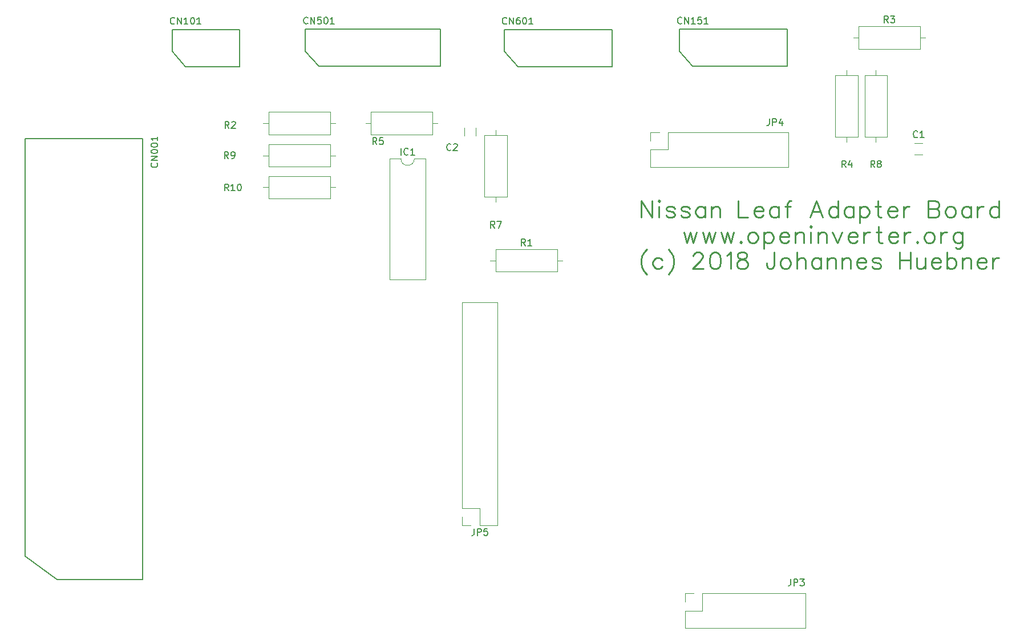
<source format=gbr>
G04 #@! TF.GenerationSoftware,KiCad,Pcbnew,5.0.2-bee76a0~70~ubuntu18.04.1*
G04 #@! TF.CreationDate,2019-06-07T16:13:31+01:00*
G04 #@! TF.ProjectId,leaf_adapter,6c656166-5f61-4646-9170-7465722e6b69,rev?*
G04 #@! TF.SameCoordinates,Original*
G04 #@! TF.FileFunction,Legend,Top*
G04 #@! TF.FilePolarity,Positive*
%FSLAX46Y46*%
G04 Gerber Fmt 4.6, Leading zero omitted, Abs format (unit mm)*
G04 Created by KiCad (PCBNEW 5.0.2-bee76a0~70~ubuntu18.04.1) date Fri 07 Jun 2019 16:13:31 BST*
%MOMM*%
%LPD*%
G01*
G04 APERTURE LIST*
%ADD10C,0.254000*%
%ADD11C,0.150000*%
%ADD12C,0.120000*%
G04 APERTURE END LIST*
D10*
X159580000Y-73746840D02*
X159580000Y-76170000D01*
X159580000Y-73746840D02*
X161195440Y-76170000D01*
X161195440Y-73746840D02*
X161195440Y-76170000D01*
X162120000Y-73746840D02*
X162234300Y-73861140D01*
X162234300Y-73861140D02*
X162348600Y-73746840D01*
X162348600Y-73746840D02*
X162234300Y-73630000D01*
X162234300Y-73630000D02*
X162120000Y-73746840D01*
X162234300Y-74554560D02*
X162234300Y-76170000D01*
X164543160Y-74900000D02*
X164428860Y-74671400D01*
X164428860Y-74671400D02*
X164080880Y-74554560D01*
X164080880Y-74554560D02*
X163735440Y-74554560D01*
X163735440Y-74554560D02*
X163387460Y-74671400D01*
X163387460Y-74671400D02*
X163273160Y-74900000D01*
X163273160Y-74900000D02*
X163387460Y-75131140D01*
X163387460Y-75131140D02*
X163618600Y-75247980D01*
X163618600Y-75247980D02*
X164197720Y-75362280D01*
X164197720Y-75362280D02*
X164428860Y-75479120D01*
X164428860Y-75479120D02*
X164543160Y-75710260D01*
X164543160Y-75710260D02*
X164543160Y-75824560D01*
X164543160Y-75824560D02*
X164428860Y-76055700D01*
X164428860Y-76055700D02*
X164080880Y-76170000D01*
X164080880Y-76170000D02*
X163735440Y-76170000D01*
X163735440Y-76170000D02*
X163387460Y-76055700D01*
X163387460Y-76055700D02*
X163273160Y-75824560D01*
X166737720Y-74900000D02*
X166620880Y-74671400D01*
X166620880Y-74671400D02*
X166275440Y-74554560D01*
X166275440Y-74554560D02*
X165927460Y-74554560D01*
X165927460Y-74554560D02*
X165582020Y-74671400D01*
X165582020Y-74671400D02*
X165467720Y-74900000D01*
X165467720Y-74900000D02*
X165582020Y-75131140D01*
X165582020Y-75131140D02*
X165813160Y-75247980D01*
X165813160Y-75247980D02*
X166389740Y-75362280D01*
X166389740Y-75362280D02*
X166620880Y-75479120D01*
X166620880Y-75479120D02*
X166737720Y-75710260D01*
X166737720Y-75710260D02*
X166737720Y-75824560D01*
X166737720Y-75824560D02*
X166620880Y-76055700D01*
X166620880Y-76055700D02*
X166275440Y-76170000D01*
X166275440Y-76170000D02*
X165927460Y-76170000D01*
X165927460Y-76170000D02*
X165582020Y-76055700D01*
X165582020Y-76055700D02*
X165467720Y-75824560D01*
X169046580Y-74554560D02*
X169046580Y-76170000D01*
X169046580Y-74900000D02*
X168815440Y-74671400D01*
X168815440Y-74671400D02*
X168584300Y-74554560D01*
X168584300Y-74554560D02*
X168238860Y-74554560D01*
X168238860Y-74554560D02*
X168007720Y-74671400D01*
X168007720Y-74671400D02*
X167776580Y-74900000D01*
X167776580Y-74900000D02*
X167659740Y-75247980D01*
X167659740Y-75247980D02*
X167659740Y-75479120D01*
X167659740Y-75479120D02*
X167776580Y-75824560D01*
X167776580Y-75824560D02*
X168007720Y-76055700D01*
X168007720Y-76055700D02*
X168238860Y-76170000D01*
X168238860Y-76170000D02*
X168584300Y-76170000D01*
X168584300Y-76170000D02*
X168815440Y-76055700D01*
X168815440Y-76055700D02*
X169046580Y-75824560D01*
X169968600Y-74554560D02*
X169968600Y-76170000D01*
X169968600Y-75016840D02*
X170316580Y-74671400D01*
X170316580Y-74671400D02*
X170547720Y-74554560D01*
X170547720Y-74554560D02*
X170893160Y-74554560D01*
X170893160Y-74554560D02*
X171124300Y-74671400D01*
X171124300Y-74671400D02*
X171238600Y-75016840D01*
X171238600Y-75016840D02*
X171238600Y-76170000D01*
X174009740Y-73746840D02*
X174009740Y-76170000D01*
X174009740Y-76170000D02*
X175396580Y-76170000D01*
X176318600Y-75247980D02*
X177705440Y-75247980D01*
X177705440Y-75247980D02*
X177705440Y-75016840D01*
X177705440Y-75016840D02*
X177588600Y-74785700D01*
X177588600Y-74785700D02*
X177474300Y-74671400D01*
X177474300Y-74671400D02*
X177243160Y-74554560D01*
X177243160Y-74554560D02*
X176897720Y-74554560D01*
X176897720Y-74554560D02*
X176666580Y-74671400D01*
X176666580Y-74671400D02*
X176435440Y-74900000D01*
X176435440Y-74900000D02*
X176318600Y-75247980D01*
X176318600Y-75247980D02*
X176318600Y-75479120D01*
X176318600Y-75479120D02*
X176435440Y-75824560D01*
X176435440Y-75824560D02*
X176666580Y-76055700D01*
X176666580Y-76055700D02*
X176897720Y-76170000D01*
X176897720Y-76170000D02*
X177243160Y-76170000D01*
X177243160Y-76170000D02*
X177474300Y-76055700D01*
X177474300Y-76055700D02*
X177705440Y-75824560D01*
X180014300Y-74554560D02*
X180014300Y-76170000D01*
X180014300Y-74900000D02*
X179783160Y-74671400D01*
X179783160Y-74671400D02*
X179552020Y-74554560D01*
X179552020Y-74554560D02*
X179206580Y-74554560D01*
X179206580Y-74554560D02*
X178975440Y-74671400D01*
X178975440Y-74671400D02*
X178744300Y-74900000D01*
X178744300Y-74900000D02*
X178630000Y-75247980D01*
X178630000Y-75247980D02*
X178630000Y-75479120D01*
X178630000Y-75479120D02*
X178744300Y-75824560D01*
X178744300Y-75824560D02*
X178975440Y-76055700D01*
X178975440Y-76055700D02*
X179206580Y-76170000D01*
X179206580Y-76170000D02*
X179552020Y-76170000D01*
X179552020Y-76170000D02*
X179783160Y-76055700D01*
X179783160Y-76055700D02*
X180014300Y-75824560D01*
X181860880Y-73746840D02*
X181629740Y-73746840D01*
X181629740Y-73746840D02*
X181398600Y-73861140D01*
X181398600Y-73861140D02*
X181284300Y-74209120D01*
X181284300Y-74209120D02*
X181284300Y-76170000D01*
X180938860Y-74554560D02*
X181746580Y-74554560D01*
X185556580Y-73746840D02*
X184632020Y-76170000D01*
X185556580Y-73746840D02*
X186478600Y-76170000D01*
X184977460Y-75362280D02*
X186133160Y-75362280D01*
X188787460Y-73746840D02*
X188787460Y-76170000D01*
X188787460Y-74900000D02*
X188558860Y-74671400D01*
X188558860Y-74671400D02*
X188327720Y-74554560D01*
X188327720Y-74554560D02*
X187979740Y-74554560D01*
X187979740Y-74554560D02*
X187748600Y-74671400D01*
X187748600Y-74671400D02*
X187517460Y-74900000D01*
X187517460Y-74900000D02*
X187403160Y-75247980D01*
X187403160Y-75247980D02*
X187403160Y-75479120D01*
X187403160Y-75479120D02*
X187517460Y-75824560D01*
X187517460Y-75824560D02*
X187748600Y-76055700D01*
X187748600Y-76055700D02*
X187979740Y-76170000D01*
X187979740Y-76170000D02*
X188327720Y-76170000D01*
X188327720Y-76170000D02*
X188558860Y-76055700D01*
X188558860Y-76055700D02*
X188787460Y-75824560D01*
X191098860Y-74554560D02*
X191098860Y-76170000D01*
X191098860Y-74900000D02*
X190867720Y-74671400D01*
X190867720Y-74671400D02*
X190636580Y-74554560D01*
X190636580Y-74554560D02*
X190288600Y-74554560D01*
X190288600Y-74554560D02*
X190057460Y-74671400D01*
X190057460Y-74671400D02*
X189828860Y-74900000D01*
X189828860Y-74900000D02*
X189712020Y-75247980D01*
X189712020Y-75247980D02*
X189712020Y-75479120D01*
X189712020Y-75479120D02*
X189828860Y-75824560D01*
X189828860Y-75824560D02*
X190057460Y-76055700D01*
X190057460Y-76055700D02*
X190288600Y-76170000D01*
X190288600Y-76170000D02*
X190636580Y-76170000D01*
X190636580Y-76170000D02*
X190867720Y-76055700D01*
X190867720Y-76055700D02*
X191098860Y-75824560D01*
X192020880Y-74554560D02*
X192020880Y-76980260D01*
X192020880Y-74900000D02*
X192252020Y-74671400D01*
X192252020Y-74671400D02*
X192483160Y-74554560D01*
X192483160Y-74554560D02*
X192828600Y-74554560D01*
X192828600Y-74554560D02*
X193059740Y-74671400D01*
X193059740Y-74671400D02*
X193290880Y-74900000D01*
X193290880Y-74900000D02*
X193407720Y-75247980D01*
X193407720Y-75247980D02*
X193407720Y-75479120D01*
X193407720Y-75479120D02*
X193290880Y-75824560D01*
X193290880Y-75824560D02*
X193059740Y-76055700D01*
X193059740Y-76055700D02*
X192828600Y-76170000D01*
X192828600Y-76170000D02*
X192483160Y-76170000D01*
X192483160Y-76170000D02*
X192252020Y-76055700D01*
X192252020Y-76055700D02*
X192020880Y-75824560D01*
X194677720Y-73746840D02*
X194677720Y-75710260D01*
X194677720Y-75710260D02*
X194792020Y-76055700D01*
X194792020Y-76055700D02*
X195023160Y-76170000D01*
X195023160Y-76170000D02*
X195254300Y-76170000D01*
X194329740Y-74554560D02*
X195137460Y-74554560D01*
X196178860Y-75247980D02*
X197563160Y-75247980D01*
X197563160Y-75247980D02*
X197563160Y-75016840D01*
X197563160Y-75016840D02*
X197448860Y-74785700D01*
X197448860Y-74785700D02*
X197332020Y-74671400D01*
X197332020Y-74671400D02*
X197100880Y-74554560D01*
X197100880Y-74554560D02*
X196755440Y-74554560D01*
X196755440Y-74554560D02*
X196524300Y-74671400D01*
X196524300Y-74671400D02*
X196293160Y-74900000D01*
X196293160Y-74900000D02*
X196178860Y-75247980D01*
X196178860Y-75247980D02*
X196178860Y-75479120D01*
X196178860Y-75479120D02*
X196293160Y-75824560D01*
X196293160Y-75824560D02*
X196524300Y-76055700D01*
X196524300Y-76055700D02*
X196755440Y-76170000D01*
X196755440Y-76170000D02*
X197100880Y-76170000D01*
X197100880Y-76170000D02*
X197332020Y-76055700D01*
X197332020Y-76055700D02*
X197563160Y-75824560D01*
X198487720Y-74554560D02*
X198487720Y-76170000D01*
X198487720Y-75247980D02*
X198602020Y-74900000D01*
X198602020Y-74900000D02*
X198833160Y-74671400D01*
X198833160Y-74671400D02*
X199064300Y-74554560D01*
X199064300Y-74554560D02*
X199409740Y-74554560D01*
X202180880Y-73746840D02*
X202180880Y-76170000D01*
X202180880Y-73746840D02*
X203219740Y-73746840D01*
X203219740Y-73746840D02*
X203567720Y-73861140D01*
X203567720Y-73861140D02*
X203682020Y-73977980D01*
X203682020Y-73977980D02*
X203798860Y-74209120D01*
X203798860Y-74209120D02*
X203798860Y-74440260D01*
X203798860Y-74440260D02*
X203682020Y-74671400D01*
X203682020Y-74671400D02*
X203567720Y-74785700D01*
X203567720Y-74785700D02*
X203219740Y-74900000D01*
X202180880Y-74900000D02*
X203219740Y-74900000D01*
X203219740Y-74900000D02*
X203567720Y-75016840D01*
X203567720Y-75016840D02*
X203682020Y-75131140D01*
X203682020Y-75131140D02*
X203798860Y-75362280D01*
X203798860Y-75362280D02*
X203798860Y-75710260D01*
X203798860Y-75710260D02*
X203682020Y-75941400D01*
X203682020Y-75941400D02*
X203567720Y-76055700D01*
X203567720Y-76055700D02*
X203219740Y-76170000D01*
X203219740Y-76170000D02*
X202180880Y-76170000D01*
X205297460Y-74554560D02*
X205068860Y-74671400D01*
X205068860Y-74671400D02*
X204837720Y-74900000D01*
X204837720Y-74900000D02*
X204720880Y-75247980D01*
X204720880Y-75247980D02*
X204720880Y-75479120D01*
X204720880Y-75479120D02*
X204837720Y-75824560D01*
X204837720Y-75824560D02*
X205068860Y-76055700D01*
X205068860Y-76055700D02*
X205297460Y-76170000D01*
X205297460Y-76170000D02*
X205645440Y-76170000D01*
X205645440Y-76170000D02*
X205876580Y-76055700D01*
X205876580Y-76055700D02*
X206107720Y-75824560D01*
X206107720Y-75824560D02*
X206222020Y-75479120D01*
X206222020Y-75479120D02*
X206222020Y-75247980D01*
X206222020Y-75247980D02*
X206107720Y-74900000D01*
X206107720Y-74900000D02*
X205876580Y-74671400D01*
X205876580Y-74671400D02*
X205645440Y-74554560D01*
X205645440Y-74554560D02*
X205297460Y-74554560D01*
X208530880Y-74554560D02*
X208530880Y-76170000D01*
X208530880Y-74900000D02*
X208299740Y-74671400D01*
X208299740Y-74671400D02*
X208068600Y-74554560D01*
X208068600Y-74554560D02*
X207723160Y-74554560D01*
X207723160Y-74554560D02*
X207492020Y-74671400D01*
X207492020Y-74671400D02*
X207260880Y-74900000D01*
X207260880Y-74900000D02*
X207146580Y-75247980D01*
X207146580Y-75247980D02*
X207146580Y-75479120D01*
X207146580Y-75479120D02*
X207260880Y-75824560D01*
X207260880Y-75824560D02*
X207492020Y-76055700D01*
X207492020Y-76055700D02*
X207723160Y-76170000D01*
X207723160Y-76170000D02*
X208068600Y-76170000D01*
X208068600Y-76170000D02*
X208299740Y-76055700D01*
X208299740Y-76055700D02*
X208530880Y-75824560D01*
X209455440Y-74554560D02*
X209455440Y-76170000D01*
X209455440Y-75247980D02*
X209569740Y-74900000D01*
X209569740Y-74900000D02*
X209800880Y-74671400D01*
X209800880Y-74671400D02*
X210032020Y-74554560D01*
X210032020Y-74554560D02*
X210377460Y-74554560D01*
X212688860Y-73746840D02*
X212688860Y-76170000D01*
X212688860Y-74900000D02*
X212457720Y-74671400D01*
X212457720Y-74671400D02*
X212226580Y-74554560D01*
X212226580Y-74554560D02*
X211878600Y-74554560D01*
X211878600Y-74554560D02*
X211647460Y-74671400D01*
X211647460Y-74671400D02*
X211418860Y-74900000D01*
X211418860Y-74900000D02*
X211302020Y-75247980D01*
X211302020Y-75247980D02*
X211302020Y-75479120D01*
X211302020Y-75479120D02*
X211418860Y-75824560D01*
X211418860Y-75824560D02*
X211647460Y-76055700D01*
X211647460Y-76055700D02*
X211878600Y-76170000D01*
X211878600Y-76170000D02*
X212226580Y-76170000D01*
X212226580Y-76170000D02*
X212457720Y-76055700D01*
X212457720Y-76055700D02*
X212688860Y-75824560D01*
X165930000Y-78364560D02*
X166389740Y-79980000D01*
X166852020Y-78364560D02*
X166389740Y-79980000D01*
X166852020Y-78364560D02*
X167314300Y-79980000D01*
X167776580Y-78364560D02*
X167314300Y-79980000D01*
X168698600Y-78364560D02*
X169160880Y-79980000D01*
X169623160Y-78364560D02*
X169160880Y-79980000D01*
X169623160Y-78364560D02*
X170085440Y-79980000D01*
X170547720Y-78364560D02*
X170085440Y-79980000D01*
X171469740Y-78364560D02*
X171932020Y-79980000D01*
X172394300Y-78364560D02*
X171932020Y-79980000D01*
X172394300Y-78364560D02*
X172856580Y-79980000D01*
X173318860Y-78364560D02*
X172856580Y-79980000D01*
X174357720Y-79751400D02*
X174240880Y-79865700D01*
X174240880Y-79865700D02*
X174357720Y-79980000D01*
X174357720Y-79980000D02*
X174472020Y-79865700D01*
X174472020Y-79865700D02*
X174357720Y-79751400D01*
X175973160Y-78364560D02*
X175742020Y-78481400D01*
X175742020Y-78481400D02*
X175510880Y-78710000D01*
X175510880Y-78710000D02*
X175396580Y-79057980D01*
X175396580Y-79057980D02*
X175396580Y-79289120D01*
X175396580Y-79289120D02*
X175510880Y-79634560D01*
X175510880Y-79634560D02*
X175742020Y-79865700D01*
X175742020Y-79865700D02*
X175973160Y-79980000D01*
X175973160Y-79980000D02*
X176318600Y-79980000D01*
X176318600Y-79980000D02*
X176549740Y-79865700D01*
X176549740Y-79865700D02*
X176780880Y-79634560D01*
X176780880Y-79634560D02*
X176897720Y-79289120D01*
X176897720Y-79289120D02*
X176897720Y-79057980D01*
X176897720Y-79057980D02*
X176780880Y-78710000D01*
X176780880Y-78710000D02*
X176549740Y-78481400D01*
X176549740Y-78481400D02*
X176318600Y-78364560D01*
X176318600Y-78364560D02*
X175973160Y-78364560D01*
X177819740Y-78364560D02*
X177819740Y-80790260D01*
X177819740Y-78710000D02*
X178050880Y-78481400D01*
X178050880Y-78481400D02*
X178282020Y-78364560D01*
X178282020Y-78364560D02*
X178627460Y-78364560D01*
X178627460Y-78364560D02*
X178858600Y-78481400D01*
X178858600Y-78481400D02*
X179089740Y-78710000D01*
X179089740Y-78710000D02*
X179206580Y-79057980D01*
X179206580Y-79057980D02*
X179206580Y-79289120D01*
X179206580Y-79289120D02*
X179089740Y-79634560D01*
X179089740Y-79634560D02*
X178858600Y-79865700D01*
X178858600Y-79865700D02*
X178627460Y-79980000D01*
X178627460Y-79980000D02*
X178282020Y-79980000D01*
X178282020Y-79980000D02*
X178050880Y-79865700D01*
X178050880Y-79865700D02*
X177819740Y-79634560D01*
X180128600Y-79057980D02*
X181515440Y-79057980D01*
X181515440Y-79057980D02*
X181515440Y-78826840D01*
X181515440Y-78826840D02*
X181398600Y-78595700D01*
X181398600Y-78595700D02*
X181284300Y-78481400D01*
X181284300Y-78481400D02*
X181053160Y-78364560D01*
X181053160Y-78364560D02*
X180707720Y-78364560D01*
X180707720Y-78364560D02*
X180476580Y-78481400D01*
X180476580Y-78481400D02*
X180245440Y-78710000D01*
X180245440Y-78710000D02*
X180128600Y-79057980D01*
X180128600Y-79057980D02*
X180128600Y-79289120D01*
X180128600Y-79289120D02*
X180245440Y-79634560D01*
X180245440Y-79634560D02*
X180476580Y-79865700D01*
X180476580Y-79865700D02*
X180707720Y-79980000D01*
X180707720Y-79980000D02*
X181053160Y-79980000D01*
X181053160Y-79980000D02*
X181284300Y-79865700D01*
X181284300Y-79865700D02*
X181515440Y-79634560D01*
X182440000Y-78364560D02*
X182440000Y-79980000D01*
X182440000Y-78826840D02*
X182785440Y-78481400D01*
X182785440Y-78481400D02*
X183016580Y-78364560D01*
X183016580Y-78364560D02*
X183362020Y-78364560D01*
X183362020Y-78364560D02*
X183593160Y-78481400D01*
X183593160Y-78481400D02*
X183710000Y-78826840D01*
X183710000Y-78826840D02*
X183710000Y-79980000D01*
X184632020Y-77556840D02*
X184748860Y-77671140D01*
X184748860Y-77671140D02*
X184863160Y-77556840D01*
X184863160Y-77556840D02*
X184748860Y-77440000D01*
X184748860Y-77440000D02*
X184632020Y-77556840D01*
X184748860Y-78364560D02*
X184748860Y-79980000D01*
X185787720Y-78364560D02*
X185787720Y-79980000D01*
X185787720Y-78826840D02*
X186133160Y-78481400D01*
X186133160Y-78481400D02*
X186364300Y-78364560D01*
X186364300Y-78364560D02*
X186709740Y-78364560D01*
X186709740Y-78364560D02*
X186940880Y-78481400D01*
X186940880Y-78481400D02*
X187057720Y-78826840D01*
X187057720Y-78826840D02*
X187057720Y-79980000D01*
X187979740Y-78364560D02*
X188673160Y-79980000D01*
X189366580Y-78364560D02*
X188673160Y-79980000D01*
X190288600Y-79057980D02*
X191675440Y-79057980D01*
X191675440Y-79057980D02*
X191675440Y-78826840D01*
X191675440Y-78826840D02*
X191558600Y-78595700D01*
X191558600Y-78595700D02*
X191444300Y-78481400D01*
X191444300Y-78481400D02*
X191213160Y-78364560D01*
X191213160Y-78364560D02*
X190867720Y-78364560D01*
X190867720Y-78364560D02*
X190636580Y-78481400D01*
X190636580Y-78481400D02*
X190405440Y-78710000D01*
X190405440Y-78710000D02*
X190288600Y-79057980D01*
X190288600Y-79057980D02*
X190288600Y-79289120D01*
X190288600Y-79289120D02*
X190405440Y-79634560D01*
X190405440Y-79634560D02*
X190636580Y-79865700D01*
X190636580Y-79865700D02*
X190867720Y-79980000D01*
X190867720Y-79980000D02*
X191213160Y-79980000D01*
X191213160Y-79980000D02*
X191444300Y-79865700D01*
X191444300Y-79865700D02*
X191675440Y-79634560D01*
X192600000Y-78364560D02*
X192600000Y-79980000D01*
X192600000Y-79057980D02*
X192714300Y-78710000D01*
X192714300Y-78710000D02*
X192945440Y-78481400D01*
X192945440Y-78481400D02*
X193176580Y-78364560D01*
X193176580Y-78364560D02*
X193522020Y-78364560D01*
X194792020Y-77556840D02*
X194792020Y-79520260D01*
X194792020Y-79520260D02*
X194908860Y-79865700D01*
X194908860Y-79865700D02*
X195137460Y-79980000D01*
X195137460Y-79980000D02*
X195368600Y-79980000D01*
X194446580Y-78364560D02*
X195254300Y-78364560D01*
X196293160Y-79057980D02*
X197677460Y-79057980D01*
X197677460Y-79057980D02*
X197677460Y-78826840D01*
X197677460Y-78826840D02*
X197563160Y-78595700D01*
X197563160Y-78595700D02*
X197448860Y-78481400D01*
X197448860Y-78481400D02*
X197217720Y-78364560D01*
X197217720Y-78364560D02*
X196869740Y-78364560D01*
X196869740Y-78364560D02*
X196638600Y-78481400D01*
X196638600Y-78481400D02*
X196407460Y-78710000D01*
X196407460Y-78710000D02*
X196293160Y-79057980D01*
X196293160Y-79057980D02*
X196293160Y-79289120D01*
X196293160Y-79289120D02*
X196407460Y-79634560D01*
X196407460Y-79634560D02*
X196638600Y-79865700D01*
X196638600Y-79865700D02*
X196869740Y-79980000D01*
X196869740Y-79980000D02*
X197217720Y-79980000D01*
X197217720Y-79980000D02*
X197448860Y-79865700D01*
X197448860Y-79865700D02*
X197677460Y-79634560D01*
X198602020Y-78364560D02*
X198602020Y-79980000D01*
X198602020Y-79057980D02*
X198718860Y-78710000D01*
X198718860Y-78710000D02*
X198947460Y-78481400D01*
X198947460Y-78481400D02*
X199178600Y-78364560D01*
X199178600Y-78364560D02*
X199526580Y-78364560D01*
X200565440Y-79751400D02*
X200448600Y-79865700D01*
X200448600Y-79865700D02*
X200565440Y-79980000D01*
X200565440Y-79980000D02*
X200679740Y-79865700D01*
X200679740Y-79865700D02*
X200565440Y-79751400D01*
X202180880Y-78364560D02*
X201949740Y-78481400D01*
X201949740Y-78481400D02*
X201718600Y-78710000D01*
X201718600Y-78710000D02*
X201604300Y-79057980D01*
X201604300Y-79057980D02*
X201604300Y-79289120D01*
X201604300Y-79289120D02*
X201718600Y-79634560D01*
X201718600Y-79634560D02*
X201949740Y-79865700D01*
X201949740Y-79865700D02*
X202180880Y-79980000D01*
X202180880Y-79980000D02*
X202528860Y-79980000D01*
X202528860Y-79980000D02*
X202757460Y-79865700D01*
X202757460Y-79865700D02*
X202988600Y-79634560D01*
X202988600Y-79634560D02*
X203105440Y-79289120D01*
X203105440Y-79289120D02*
X203105440Y-79057980D01*
X203105440Y-79057980D02*
X202988600Y-78710000D01*
X202988600Y-78710000D02*
X202757460Y-78481400D01*
X202757460Y-78481400D02*
X202528860Y-78364560D01*
X202528860Y-78364560D02*
X202180880Y-78364560D01*
X204030000Y-78364560D02*
X204030000Y-79980000D01*
X204030000Y-79057980D02*
X204144300Y-78710000D01*
X204144300Y-78710000D02*
X204375440Y-78481400D01*
X204375440Y-78481400D02*
X204606580Y-78364560D01*
X204606580Y-78364560D02*
X204952020Y-78364560D01*
X207260880Y-78364560D02*
X207260880Y-80211140D01*
X207260880Y-80211140D02*
X207146580Y-80559120D01*
X207146580Y-80559120D02*
X207029740Y-80673420D01*
X207029740Y-80673420D02*
X206798600Y-80790260D01*
X206798600Y-80790260D02*
X206453160Y-80790260D01*
X206453160Y-80790260D02*
X206222020Y-80673420D01*
X207260880Y-78710000D02*
X207029740Y-78481400D01*
X207029740Y-78481400D02*
X206798600Y-78364560D01*
X206798600Y-78364560D02*
X206453160Y-78364560D01*
X206453160Y-78364560D02*
X206222020Y-78481400D01*
X206222020Y-78481400D02*
X205990880Y-78710000D01*
X205990880Y-78710000D02*
X205876580Y-79057980D01*
X205876580Y-79057980D02*
X205876580Y-79289120D01*
X205876580Y-79289120D02*
X205990880Y-79634560D01*
X205990880Y-79634560D02*
X206222020Y-79865700D01*
X206222020Y-79865700D02*
X206453160Y-79980000D01*
X206453160Y-79980000D02*
X206798600Y-79980000D01*
X206798600Y-79980000D02*
X207029740Y-79865700D01*
X207029740Y-79865700D02*
X207260880Y-79634560D01*
X160387720Y-80904560D02*
X160156580Y-81135700D01*
X160156580Y-81135700D02*
X159925440Y-81481140D01*
X159925440Y-81481140D02*
X159694300Y-81943420D01*
X159694300Y-81943420D02*
X159580000Y-82520000D01*
X159580000Y-82520000D02*
X159580000Y-82982280D01*
X159580000Y-82982280D02*
X159694300Y-83561400D01*
X159694300Y-83561400D02*
X159925440Y-84021140D01*
X159925440Y-84021140D02*
X160156580Y-84369120D01*
X160156580Y-84369120D02*
X160387720Y-84600260D01*
X162696580Y-82520000D02*
X162465440Y-82291400D01*
X162465440Y-82291400D02*
X162234300Y-82174560D01*
X162234300Y-82174560D02*
X161888860Y-82174560D01*
X161888860Y-82174560D02*
X161657720Y-82291400D01*
X161657720Y-82291400D02*
X161426580Y-82520000D01*
X161426580Y-82520000D02*
X161309740Y-82867980D01*
X161309740Y-82867980D02*
X161309740Y-83099120D01*
X161309740Y-83099120D02*
X161426580Y-83444560D01*
X161426580Y-83444560D02*
X161657720Y-83675700D01*
X161657720Y-83675700D02*
X161888860Y-83790000D01*
X161888860Y-83790000D02*
X162234300Y-83790000D01*
X162234300Y-83790000D02*
X162465440Y-83675700D01*
X162465440Y-83675700D02*
X162696580Y-83444560D01*
X163618600Y-80904560D02*
X163849740Y-81135700D01*
X163849740Y-81135700D02*
X164080880Y-81481140D01*
X164080880Y-81481140D02*
X164312020Y-81943420D01*
X164312020Y-81943420D02*
X164428860Y-82520000D01*
X164428860Y-82520000D02*
X164428860Y-82982280D01*
X164428860Y-82982280D02*
X164312020Y-83561400D01*
X164312020Y-83561400D02*
X164080880Y-84021140D01*
X164080880Y-84021140D02*
X163849740Y-84369120D01*
X163849740Y-84369120D02*
X163618600Y-84600260D01*
X167314300Y-81943420D02*
X167314300Y-81829120D01*
X167314300Y-81829120D02*
X167428600Y-81597980D01*
X167428600Y-81597980D02*
X167545440Y-81481140D01*
X167545440Y-81481140D02*
X167776580Y-81366840D01*
X167776580Y-81366840D02*
X168238860Y-81366840D01*
X168238860Y-81366840D02*
X168470000Y-81481140D01*
X168470000Y-81481140D02*
X168584300Y-81597980D01*
X168584300Y-81597980D02*
X168698600Y-81829120D01*
X168698600Y-81829120D02*
X168698600Y-82060260D01*
X168698600Y-82060260D02*
X168584300Y-82291400D01*
X168584300Y-82291400D02*
X168353160Y-82636840D01*
X168353160Y-82636840D02*
X167200000Y-83790000D01*
X167200000Y-83790000D02*
X168815440Y-83790000D01*
X170430880Y-81366840D02*
X170085440Y-81481140D01*
X170085440Y-81481140D02*
X169854300Y-81829120D01*
X169854300Y-81829120D02*
X169740000Y-82405700D01*
X169740000Y-82405700D02*
X169740000Y-82751140D01*
X169740000Y-82751140D02*
X169854300Y-83330260D01*
X169854300Y-83330260D02*
X170085440Y-83675700D01*
X170085440Y-83675700D02*
X170430880Y-83790000D01*
X170430880Y-83790000D02*
X170662020Y-83790000D01*
X170662020Y-83790000D02*
X171010000Y-83675700D01*
X171010000Y-83675700D02*
X171238600Y-83330260D01*
X171238600Y-83330260D02*
X171355440Y-82751140D01*
X171355440Y-82751140D02*
X171355440Y-82405700D01*
X171355440Y-82405700D02*
X171238600Y-81829120D01*
X171238600Y-81829120D02*
X171010000Y-81481140D01*
X171010000Y-81481140D02*
X170662020Y-81366840D01*
X170662020Y-81366840D02*
X170430880Y-81366840D01*
X172280000Y-81829120D02*
X172508600Y-81712280D01*
X172508600Y-81712280D02*
X172856580Y-81366840D01*
X172856580Y-81366840D02*
X172856580Y-83790000D01*
X174357720Y-81366840D02*
X174009740Y-81481140D01*
X174009740Y-81481140D02*
X173895440Y-81712280D01*
X173895440Y-81712280D02*
X173895440Y-81943420D01*
X173895440Y-81943420D02*
X174009740Y-82174560D01*
X174009740Y-82174560D02*
X174240880Y-82291400D01*
X174240880Y-82291400D02*
X174703160Y-82405700D01*
X174703160Y-82405700D02*
X175048600Y-82520000D01*
X175048600Y-82520000D02*
X175279740Y-82751140D01*
X175279740Y-82751140D02*
X175396580Y-82982280D01*
X175396580Y-82982280D02*
X175396580Y-83330260D01*
X175396580Y-83330260D02*
X175279740Y-83561400D01*
X175279740Y-83561400D02*
X175165440Y-83675700D01*
X175165440Y-83675700D02*
X174817460Y-83790000D01*
X174817460Y-83790000D02*
X174357720Y-83790000D01*
X174357720Y-83790000D02*
X174009740Y-83675700D01*
X174009740Y-83675700D02*
X173895440Y-83561400D01*
X173895440Y-83561400D02*
X173778600Y-83330260D01*
X173778600Y-83330260D02*
X173778600Y-82982280D01*
X173778600Y-82982280D02*
X173895440Y-82751140D01*
X173895440Y-82751140D02*
X174126580Y-82520000D01*
X174126580Y-82520000D02*
X174472020Y-82405700D01*
X174472020Y-82405700D02*
X174934300Y-82291400D01*
X174934300Y-82291400D02*
X175165440Y-82174560D01*
X175165440Y-82174560D02*
X175279740Y-81943420D01*
X175279740Y-81943420D02*
X175279740Y-81712280D01*
X175279740Y-81712280D02*
X175165440Y-81481140D01*
X175165440Y-81481140D02*
X174817460Y-81366840D01*
X174817460Y-81366840D02*
X174357720Y-81366840D01*
X179320880Y-81366840D02*
X179320880Y-83213420D01*
X179320880Y-83213420D02*
X179206580Y-83561400D01*
X179206580Y-83561400D02*
X179089740Y-83675700D01*
X179089740Y-83675700D02*
X178858600Y-83790000D01*
X178858600Y-83790000D02*
X178627460Y-83790000D01*
X178627460Y-83790000D02*
X178398860Y-83675700D01*
X178398860Y-83675700D02*
X178282020Y-83561400D01*
X178282020Y-83561400D02*
X178167720Y-83213420D01*
X178167720Y-83213420D02*
X178167720Y-82982280D01*
X180822020Y-82174560D02*
X180590880Y-82291400D01*
X180590880Y-82291400D02*
X180359740Y-82520000D01*
X180359740Y-82520000D02*
X180245440Y-82867980D01*
X180245440Y-82867980D02*
X180245440Y-83099120D01*
X180245440Y-83099120D02*
X180359740Y-83444560D01*
X180359740Y-83444560D02*
X180590880Y-83675700D01*
X180590880Y-83675700D02*
X180822020Y-83790000D01*
X180822020Y-83790000D02*
X181167460Y-83790000D01*
X181167460Y-83790000D02*
X181398600Y-83675700D01*
X181398600Y-83675700D02*
X181629740Y-83444560D01*
X181629740Y-83444560D02*
X181746580Y-83099120D01*
X181746580Y-83099120D02*
X181746580Y-82867980D01*
X181746580Y-82867980D02*
X181629740Y-82520000D01*
X181629740Y-82520000D02*
X181398600Y-82291400D01*
X181398600Y-82291400D02*
X181167460Y-82174560D01*
X181167460Y-82174560D02*
X180822020Y-82174560D01*
X182668600Y-81366840D02*
X182668600Y-83790000D01*
X182668600Y-82636840D02*
X183016580Y-82291400D01*
X183016580Y-82291400D02*
X183247720Y-82174560D01*
X183247720Y-82174560D02*
X183593160Y-82174560D01*
X183593160Y-82174560D02*
X183824300Y-82291400D01*
X183824300Y-82291400D02*
X183938600Y-82636840D01*
X183938600Y-82636840D02*
X183938600Y-83790000D01*
X186247460Y-82174560D02*
X186247460Y-83790000D01*
X186247460Y-82520000D02*
X186018860Y-82291400D01*
X186018860Y-82291400D02*
X185787720Y-82174560D01*
X185787720Y-82174560D02*
X185439740Y-82174560D01*
X185439740Y-82174560D02*
X185208600Y-82291400D01*
X185208600Y-82291400D02*
X184977460Y-82520000D01*
X184977460Y-82520000D02*
X184863160Y-82867980D01*
X184863160Y-82867980D02*
X184863160Y-83099120D01*
X184863160Y-83099120D02*
X184977460Y-83444560D01*
X184977460Y-83444560D02*
X185208600Y-83675700D01*
X185208600Y-83675700D02*
X185439740Y-83790000D01*
X185439740Y-83790000D02*
X185787720Y-83790000D01*
X185787720Y-83790000D02*
X186018860Y-83675700D01*
X186018860Y-83675700D02*
X186247460Y-83444560D01*
X187172020Y-82174560D02*
X187172020Y-83790000D01*
X187172020Y-82636840D02*
X187517460Y-82291400D01*
X187517460Y-82291400D02*
X187748600Y-82174560D01*
X187748600Y-82174560D02*
X188096580Y-82174560D01*
X188096580Y-82174560D02*
X188327720Y-82291400D01*
X188327720Y-82291400D02*
X188442020Y-82636840D01*
X188442020Y-82636840D02*
X188442020Y-83790000D01*
X189366580Y-82174560D02*
X189366580Y-83790000D01*
X189366580Y-82636840D02*
X189712020Y-82291400D01*
X189712020Y-82291400D02*
X189943160Y-82174560D01*
X189943160Y-82174560D02*
X190288600Y-82174560D01*
X190288600Y-82174560D02*
X190519740Y-82291400D01*
X190519740Y-82291400D02*
X190636580Y-82636840D01*
X190636580Y-82636840D02*
X190636580Y-83790000D01*
X191558600Y-82867980D02*
X192945440Y-82867980D01*
X192945440Y-82867980D02*
X192945440Y-82636840D01*
X192945440Y-82636840D02*
X192828600Y-82405700D01*
X192828600Y-82405700D02*
X192714300Y-82291400D01*
X192714300Y-82291400D02*
X192483160Y-82174560D01*
X192483160Y-82174560D02*
X192137720Y-82174560D01*
X192137720Y-82174560D02*
X191906580Y-82291400D01*
X191906580Y-82291400D02*
X191675440Y-82520000D01*
X191675440Y-82520000D02*
X191558600Y-82867980D01*
X191558600Y-82867980D02*
X191558600Y-83099120D01*
X191558600Y-83099120D02*
X191675440Y-83444560D01*
X191675440Y-83444560D02*
X191906580Y-83675700D01*
X191906580Y-83675700D02*
X192137720Y-83790000D01*
X192137720Y-83790000D02*
X192483160Y-83790000D01*
X192483160Y-83790000D02*
X192714300Y-83675700D01*
X192714300Y-83675700D02*
X192945440Y-83444560D01*
X195137460Y-82520000D02*
X195023160Y-82291400D01*
X195023160Y-82291400D02*
X194677720Y-82174560D01*
X194677720Y-82174560D02*
X194329740Y-82174560D01*
X194329740Y-82174560D02*
X193984300Y-82291400D01*
X193984300Y-82291400D02*
X193867460Y-82520000D01*
X193867460Y-82520000D02*
X193984300Y-82751140D01*
X193984300Y-82751140D02*
X194215440Y-82867980D01*
X194215440Y-82867980D02*
X194792020Y-82982280D01*
X194792020Y-82982280D02*
X195023160Y-83099120D01*
X195023160Y-83099120D02*
X195137460Y-83330260D01*
X195137460Y-83330260D02*
X195137460Y-83444560D01*
X195137460Y-83444560D02*
X195023160Y-83675700D01*
X195023160Y-83675700D02*
X194677720Y-83790000D01*
X194677720Y-83790000D02*
X194329740Y-83790000D01*
X194329740Y-83790000D02*
X193984300Y-83675700D01*
X193984300Y-83675700D02*
X193867460Y-83444560D01*
X197908600Y-81366840D02*
X197908600Y-83790000D01*
X199526580Y-81366840D02*
X199526580Y-83790000D01*
X197908600Y-82520000D02*
X199526580Y-82520000D01*
X200448600Y-82174560D02*
X200448600Y-83330260D01*
X200448600Y-83330260D02*
X200565440Y-83675700D01*
X200565440Y-83675700D02*
X200796580Y-83790000D01*
X200796580Y-83790000D02*
X201142020Y-83790000D01*
X201142020Y-83790000D02*
X201373160Y-83675700D01*
X201373160Y-83675700D02*
X201718600Y-83330260D01*
X201718600Y-82174560D02*
X201718600Y-83790000D01*
X202643160Y-82867980D02*
X204027460Y-82867980D01*
X204027460Y-82867980D02*
X204027460Y-82636840D01*
X204027460Y-82636840D02*
X203913160Y-82405700D01*
X203913160Y-82405700D02*
X203798860Y-82291400D01*
X203798860Y-82291400D02*
X203567720Y-82174560D01*
X203567720Y-82174560D02*
X203219740Y-82174560D01*
X203219740Y-82174560D02*
X202988600Y-82291400D01*
X202988600Y-82291400D02*
X202757460Y-82520000D01*
X202757460Y-82520000D02*
X202643160Y-82867980D01*
X202643160Y-82867980D02*
X202643160Y-83099120D01*
X202643160Y-83099120D02*
X202757460Y-83444560D01*
X202757460Y-83444560D02*
X202988600Y-83675700D01*
X202988600Y-83675700D02*
X203219740Y-83790000D01*
X203219740Y-83790000D02*
X203567720Y-83790000D01*
X203567720Y-83790000D02*
X203798860Y-83675700D01*
X203798860Y-83675700D02*
X204027460Y-83444560D01*
X204952020Y-81366840D02*
X204952020Y-83790000D01*
X204952020Y-82520000D02*
X205183160Y-82291400D01*
X205183160Y-82291400D02*
X205414300Y-82174560D01*
X205414300Y-82174560D02*
X205759740Y-82174560D01*
X205759740Y-82174560D02*
X205990880Y-82291400D01*
X205990880Y-82291400D02*
X206222020Y-82520000D01*
X206222020Y-82520000D02*
X206338860Y-82867980D01*
X206338860Y-82867980D02*
X206338860Y-83099120D01*
X206338860Y-83099120D02*
X206222020Y-83444560D01*
X206222020Y-83444560D02*
X205990880Y-83675700D01*
X205990880Y-83675700D02*
X205759740Y-83790000D01*
X205759740Y-83790000D02*
X205414300Y-83790000D01*
X205414300Y-83790000D02*
X205183160Y-83675700D01*
X205183160Y-83675700D02*
X204952020Y-83444560D01*
X207260880Y-82174560D02*
X207260880Y-83790000D01*
X207260880Y-82636840D02*
X207608860Y-82291400D01*
X207608860Y-82291400D02*
X207837460Y-82174560D01*
X207837460Y-82174560D02*
X208185440Y-82174560D01*
X208185440Y-82174560D02*
X208416580Y-82291400D01*
X208416580Y-82291400D02*
X208530880Y-82636840D01*
X208530880Y-82636840D02*
X208530880Y-83790000D01*
X209455440Y-82867980D02*
X210839740Y-82867980D01*
X210839740Y-82867980D02*
X210839740Y-82636840D01*
X210839740Y-82636840D02*
X210725440Y-82405700D01*
X210725440Y-82405700D02*
X210608600Y-82291400D01*
X210608600Y-82291400D02*
X210377460Y-82174560D01*
X210377460Y-82174560D02*
X210032020Y-82174560D01*
X210032020Y-82174560D02*
X209800880Y-82291400D01*
X209800880Y-82291400D02*
X209569740Y-82520000D01*
X209569740Y-82520000D02*
X209455440Y-82867980D01*
X209455440Y-82867980D02*
X209455440Y-83099120D01*
X209455440Y-83099120D02*
X209569740Y-83444560D01*
X209569740Y-83444560D02*
X209800880Y-83675700D01*
X209800880Y-83675700D02*
X210032020Y-83790000D01*
X210032020Y-83790000D02*
X210377460Y-83790000D01*
X210377460Y-83790000D02*
X210608600Y-83675700D01*
X210608600Y-83675700D02*
X210839740Y-83444560D01*
X211764300Y-82174560D02*
X211764300Y-83790000D01*
X211764300Y-82867980D02*
X211878600Y-82520000D01*
X211878600Y-82520000D02*
X212109740Y-82291400D01*
X212109740Y-82291400D02*
X212340880Y-82174560D01*
X212340880Y-82174560D02*
X212688860Y-82174560D01*
D11*
G04 #@! TO.C,CN001*
X72858240Y-129970000D02*
X85608240Y-129970000D01*
X85608240Y-129970000D02*
X85608240Y-64470000D01*
X85608240Y-64470000D02*
X68108240Y-64470000D01*
X68108240Y-64470000D02*
X68108240Y-126470000D01*
X68108240Y-126470000D02*
X72858240Y-129970000D01*
D12*
G04 #@! TO.C,JP5*
X133020000Y-119330000D02*
X133020000Y-88790000D01*
X133020000Y-88790000D02*
X138220000Y-88790000D01*
X138220000Y-88790000D02*
X138220000Y-121930000D01*
X138220000Y-121930000D02*
X135620000Y-121930000D01*
X135620000Y-121930000D02*
X135620000Y-119330000D01*
X135620000Y-119330000D02*
X133020000Y-119330000D01*
X133020000Y-120600000D02*
X133020000Y-121930000D01*
X133020000Y-121930000D02*
X134290000Y-121930000D01*
D11*
G04 #@! TO.C,CN151*
X181239880Y-53751700D02*
X175239880Y-53751700D01*
X181239880Y-48251700D02*
X181239880Y-53751700D01*
X175239880Y-48251700D02*
X181239880Y-48251700D01*
X165239880Y-51501700D02*
X167239880Y-53751700D01*
X165239880Y-48251700D02*
X165239880Y-51501700D01*
X175239880Y-53751700D02*
X167239880Y-53751700D01*
X181239880Y-48251700D02*
X181239880Y-53751700D01*
X165239880Y-48251700D02*
X175239880Y-48251700D01*
D12*
G04 #@! TO.C,C1*
X200163000Y-65139000D02*
X201337000Y-65139000D01*
X200163000Y-66861000D02*
X201337000Y-66861000D01*
G04 #@! TO.C,C2*
X135041000Y-62863000D02*
X135041000Y-64037000D01*
X133319000Y-62863000D02*
X133319000Y-64037000D01*
D11*
G04 #@! TO.C,CN101*
X89949200Y-51552500D02*
X91949200Y-53802500D01*
X89949200Y-48302500D02*
X89949200Y-51552500D01*
X99949200Y-53802500D02*
X91949200Y-53802500D01*
X99949200Y-48302500D02*
X99949200Y-53802500D01*
X89949200Y-48302500D02*
X99949200Y-48302500D01*
G04 #@! TO.C,CN501*
X125748500Y-48251700D02*
X129748500Y-48251700D01*
X125748500Y-53751700D02*
X129748500Y-53751700D01*
X125748500Y-53751700D02*
X119748500Y-53751700D01*
X129748500Y-48251700D02*
X129748500Y-53751700D01*
X119748500Y-48251700D02*
X125748500Y-48251700D01*
X109748500Y-51501700D02*
X111748500Y-53751700D01*
X109748500Y-48251700D02*
X109748500Y-51501700D01*
X119748500Y-53751700D02*
X111748500Y-53751700D01*
X109748500Y-48251700D02*
X119748500Y-48251700D01*
G04 #@! TO.C,CN601*
X155248060Y-53802500D02*
X149248060Y-53802500D01*
X155248060Y-48302500D02*
X155248060Y-53802500D01*
X149248060Y-48302500D02*
X155248060Y-48302500D01*
X139248060Y-51552500D02*
X141248060Y-53802500D01*
X139248060Y-48302500D02*
X139248060Y-51552500D01*
X149248060Y-53802500D02*
X141248060Y-53802500D01*
X155248060Y-48302500D02*
X155248060Y-53802500D01*
X139248060Y-48302500D02*
X149248060Y-48302500D01*
D12*
G04 #@! TO.C,IC1*
X125910000Y-67470000D02*
G75*
G02X123910000Y-67470000I-1000000J0D01*
G01*
X123910000Y-67470000D02*
X122260000Y-67470000D01*
X122260000Y-67470000D02*
X122260000Y-85370000D01*
X122260000Y-85370000D02*
X127560000Y-85370000D01*
X127560000Y-85370000D02*
X127560000Y-67470000D01*
X127560000Y-67470000D02*
X125910000Y-67470000D01*
G04 #@! TO.C,JP3*
X168670000Y-131970000D02*
X183970000Y-131970000D01*
X183970000Y-131970000D02*
X183970000Y-137170000D01*
X183970000Y-137170000D02*
X166070000Y-137170000D01*
X166070000Y-137170000D02*
X166070000Y-134570000D01*
X166070000Y-134570000D02*
X168670000Y-134570000D01*
X168670000Y-134570000D02*
X168670000Y-131970000D01*
X167400000Y-131970000D02*
X166070000Y-131970000D01*
X166070000Y-131970000D02*
X166070000Y-133240000D01*
G04 #@! TO.C,JP4*
X163570000Y-63520000D02*
X181410000Y-63520000D01*
X181410000Y-63520000D02*
X181410000Y-68720000D01*
X181410000Y-68720000D02*
X160970000Y-68720000D01*
X160970000Y-68720000D02*
X160970000Y-66120000D01*
X160970000Y-66120000D02*
X163570000Y-66120000D01*
X163570000Y-66120000D02*
X163570000Y-63520000D01*
X162300000Y-63520000D02*
X160970000Y-63520000D01*
X160970000Y-63520000D02*
X160970000Y-64790000D01*
G04 #@! TO.C,R1*
X137990000Y-80940000D02*
X137990000Y-84260000D01*
X137990000Y-84260000D02*
X147110000Y-84260000D01*
X147110000Y-84260000D02*
X147110000Y-80940000D01*
X147110000Y-80940000D02*
X137990000Y-80940000D01*
X137180000Y-82600000D02*
X137990000Y-82600000D01*
X147920000Y-82600000D02*
X147110000Y-82600000D01*
G04 #@! TO.C,R2*
X113410000Y-63860000D02*
X113410000Y-60540000D01*
X113410000Y-60540000D02*
X104290000Y-60540000D01*
X104290000Y-60540000D02*
X104290000Y-63860000D01*
X104290000Y-63860000D02*
X113410000Y-63860000D01*
X114220000Y-62200000D02*
X113410000Y-62200000D01*
X103480000Y-62200000D02*
X104290000Y-62200000D01*
G04 #@! TO.C,R3*
X191850000Y-47840000D02*
X191850000Y-51160000D01*
X191850000Y-51160000D02*
X200970000Y-51160000D01*
X200970000Y-51160000D02*
X200970000Y-47840000D01*
X200970000Y-47840000D02*
X191850000Y-47840000D01*
X191040000Y-49500000D02*
X191850000Y-49500000D01*
X201780000Y-49500000D02*
X200970000Y-49500000D01*
G04 #@! TO.C,R4*
X191720000Y-55100000D02*
X188400000Y-55100000D01*
X188400000Y-55100000D02*
X188400000Y-64220000D01*
X188400000Y-64220000D02*
X191720000Y-64220000D01*
X191720000Y-64220000D02*
X191720000Y-55100000D01*
X190060000Y-54290000D02*
X190060000Y-55100000D01*
X190060000Y-65030000D02*
X190060000Y-64220000D01*
G04 #@! TO.C,R5*
X119460000Y-60540000D02*
X119460000Y-63860000D01*
X119460000Y-63860000D02*
X128580000Y-63860000D01*
X128580000Y-63860000D02*
X128580000Y-60540000D01*
X128580000Y-60540000D02*
X119460000Y-60540000D01*
X118650000Y-62200000D02*
X119460000Y-62200000D01*
X129390000Y-62200000D02*
X128580000Y-62200000D01*
G04 #@! TO.C,R7*
X136330000Y-73110000D02*
X139650000Y-73110000D01*
X139650000Y-73110000D02*
X139650000Y-63990000D01*
X139650000Y-63990000D02*
X136330000Y-63990000D01*
X136330000Y-63990000D02*
X136330000Y-73110000D01*
X137990000Y-73920000D02*
X137990000Y-73110000D01*
X137990000Y-63180000D02*
X137990000Y-63990000D01*
G04 #@! TO.C,R8*
X196060000Y-55100000D02*
X192740000Y-55100000D01*
X192740000Y-55100000D02*
X192740000Y-64220000D01*
X192740000Y-64220000D02*
X196060000Y-64220000D01*
X196060000Y-64220000D02*
X196060000Y-55100000D01*
X194400000Y-54290000D02*
X194400000Y-55100000D01*
X194400000Y-65030000D02*
X194400000Y-64220000D01*
G04 #@! TO.C,R9*
X104290000Y-65340000D02*
X104290000Y-68660000D01*
X104290000Y-68660000D02*
X113410000Y-68660000D01*
X113410000Y-68660000D02*
X113410000Y-65340000D01*
X113410000Y-65340000D02*
X104290000Y-65340000D01*
X103480000Y-67000000D02*
X104290000Y-67000000D01*
X114220000Y-67000000D02*
X113410000Y-67000000D01*
G04 #@! TO.C,R10*
X104290000Y-70040000D02*
X104290000Y-73360000D01*
X104290000Y-73360000D02*
X113410000Y-73360000D01*
X113410000Y-73360000D02*
X113410000Y-70040000D01*
X113410000Y-70040000D02*
X104290000Y-70040000D01*
X103480000Y-71700000D02*
X104290000Y-71700000D01*
X114220000Y-71700000D02*
X113410000Y-71700000D01*
G04 #@! TO.C,CN001*
D11*
X87715382Y-68112857D02*
X87763001Y-68160476D01*
X87810620Y-68303333D01*
X87810620Y-68398571D01*
X87763001Y-68541428D01*
X87667763Y-68636666D01*
X87572525Y-68684285D01*
X87382049Y-68731904D01*
X87239192Y-68731904D01*
X87048716Y-68684285D01*
X86953478Y-68636666D01*
X86858240Y-68541428D01*
X86810620Y-68398571D01*
X86810620Y-68303333D01*
X86858240Y-68160476D01*
X86905859Y-68112857D01*
X87810620Y-67684285D02*
X86810620Y-67684285D01*
X87810620Y-67112857D01*
X86810620Y-67112857D01*
X86810620Y-66446190D02*
X86810620Y-66350952D01*
X86858240Y-66255714D01*
X86905859Y-66208095D01*
X87001097Y-66160476D01*
X87191573Y-66112857D01*
X87429668Y-66112857D01*
X87620144Y-66160476D01*
X87715382Y-66208095D01*
X87763001Y-66255714D01*
X87810620Y-66350952D01*
X87810620Y-66446190D01*
X87763001Y-66541428D01*
X87715382Y-66589047D01*
X87620144Y-66636666D01*
X87429668Y-66684285D01*
X87191573Y-66684285D01*
X87001097Y-66636666D01*
X86905859Y-66589047D01*
X86858240Y-66541428D01*
X86810620Y-66446190D01*
X86810620Y-65493809D02*
X86810620Y-65398571D01*
X86858240Y-65303333D01*
X86905859Y-65255714D01*
X87001097Y-65208095D01*
X87191573Y-65160476D01*
X87429668Y-65160476D01*
X87620144Y-65208095D01*
X87715382Y-65255714D01*
X87763001Y-65303333D01*
X87810620Y-65398571D01*
X87810620Y-65493809D01*
X87763001Y-65589047D01*
X87715382Y-65636666D01*
X87620144Y-65684285D01*
X87429668Y-65731904D01*
X87191573Y-65731904D01*
X87001097Y-65684285D01*
X86905859Y-65636666D01*
X86858240Y-65589047D01*
X86810620Y-65493809D01*
X87810620Y-64208095D02*
X87810620Y-64779523D01*
X87810620Y-64493809D02*
X86810620Y-64493809D01*
X86953478Y-64589047D01*
X87048716Y-64684285D01*
X87096335Y-64779523D01*
G04 #@! TO.C,JP5*
X134786666Y-122382380D02*
X134786666Y-123096666D01*
X134739047Y-123239523D01*
X134643809Y-123334761D01*
X134500952Y-123382380D01*
X134405714Y-123382380D01*
X135262857Y-123382380D02*
X135262857Y-122382380D01*
X135643809Y-122382380D01*
X135739047Y-122430000D01*
X135786666Y-122477619D01*
X135834285Y-122572857D01*
X135834285Y-122715714D01*
X135786666Y-122810952D01*
X135739047Y-122858571D01*
X135643809Y-122906190D01*
X135262857Y-122906190D01*
X136739047Y-122382380D02*
X136262857Y-122382380D01*
X136215238Y-122858571D01*
X136262857Y-122810952D01*
X136358095Y-122763333D01*
X136596190Y-122763333D01*
X136691428Y-122810952D01*
X136739047Y-122858571D01*
X136786666Y-122953809D01*
X136786666Y-123191904D01*
X136739047Y-123287142D01*
X136691428Y-123334761D01*
X136596190Y-123382380D01*
X136358095Y-123382380D01*
X136262857Y-123334761D01*
X136215238Y-123287142D01*
G04 #@! TO.C,CN151*
X165597022Y-47358842D02*
X165549403Y-47406461D01*
X165406546Y-47454080D01*
X165311308Y-47454080D01*
X165168451Y-47406461D01*
X165073213Y-47311223D01*
X165025594Y-47215985D01*
X164977975Y-47025509D01*
X164977975Y-46882652D01*
X165025594Y-46692176D01*
X165073213Y-46596938D01*
X165168451Y-46501700D01*
X165311308Y-46454080D01*
X165406546Y-46454080D01*
X165549403Y-46501700D01*
X165597022Y-46549319D01*
X166025594Y-47454080D02*
X166025594Y-46454080D01*
X166597022Y-47454080D01*
X166597022Y-46454080D01*
X167597022Y-47454080D02*
X167025594Y-47454080D01*
X167311308Y-47454080D02*
X167311308Y-46454080D01*
X167216070Y-46596938D01*
X167120832Y-46692176D01*
X167025594Y-46739795D01*
X168501784Y-46454080D02*
X168025594Y-46454080D01*
X167977975Y-46930271D01*
X168025594Y-46882652D01*
X168120832Y-46835033D01*
X168358927Y-46835033D01*
X168454165Y-46882652D01*
X168501784Y-46930271D01*
X168549403Y-47025509D01*
X168549403Y-47263604D01*
X168501784Y-47358842D01*
X168454165Y-47406461D01*
X168358927Y-47454080D01*
X168120832Y-47454080D01*
X168025594Y-47406461D01*
X167977975Y-47358842D01*
X169501784Y-47454080D02*
X168930356Y-47454080D01*
X169216070Y-47454080D02*
X169216070Y-46454080D01*
X169120832Y-46596938D01*
X169025594Y-46692176D01*
X168930356Y-46739795D01*
G04 #@! TO.C,C1*
X200583333Y-64247142D02*
X200535714Y-64294761D01*
X200392857Y-64342380D01*
X200297619Y-64342380D01*
X200154761Y-64294761D01*
X200059523Y-64199523D01*
X200011904Y-64104285D01*
X199964285Y-63913809D01*
X199964285Y-63770952D01*
X200011904Y-63580476D01*
X200059523Y-63485238D01*
X200154761Y-63390000D01*
X200297619Y-63342380D01*
X200392857Y-63342380D01*
X200535714Y-63390000D01*
X200583333Y-63437619D01*
X201535714Y-64342380D02*
X200964285Y-64342380D01*
X201250000Y-64342380D02*
X201250000Y-63342380D01*
X201154761Y-63485238D01*
X201059523Y-63580476D01*
X200964285Y-63628095D01*
G04 #@! TO.C,C2*
X131333333Y-66157142D02*
X131285714Y-66204761D01*
X131142857Y-66252380D01*
X131047619Y-66252380D01*
X130904761Y-66204761D01*
X130809523Y-66109523D01*
X130761904Y-66014285D01*
X130714285Y-65823809D01*
X130714285Y-65680952D01*
X130761904Y-65490476D01*
X130809523Y-65395238D01*
X130904761Y-65300000D01*
X131047619Y-65252380D01*
X131142857Y-65252380D01*
X131285714Y-65300000D01*
X131333333Y-65347619D01*
X131714285Y-65347619D02*
X131761904Y-65300000D01*
X131857142Y-65252380D01*
X132095238Y-65252380D01*
X132190476Y-65300000D01*
X132238095Y-65347619D01*
X132285714Y-65442857D01*
X132285714Y-65538095D01*
X132238095Y-65680952D01*
X131666666Y-66252380D01*
X132285714Y-66252380D01*
G04 #@! TO.C,CN101*
X90306342Y-47409642D02*
X90258723Y-47457261D01*
X90115866Y-47504880D01*
X90020628Y-47504880D01*
X89877771Y-47457261D01*
X89782533Y-47362023D01*
X89734914Y-47266785D01*
X89687295Y-47076309D01*
X89687295Y-46933452D01*
X89734914Y-46742976D01*
X89782533Y-46647738D01*
X89877771Y-46552500D01*
X90020628Y-46504880D01*
X90115866Y-46504880D01*
X90258723Y-46552500D01*
X90306342Y-46600119D01*
X90734914Y-47504880D02*
X90734914Y-46504880D01*
X91306342Y-47504880D01*
X91306342Y-46504880D01*
X92306342Y-47504880D02*
X91734914Y-47504880D01*
X92020628Y-47504880D02*
X92020628Y-46504880D01*
X91925390Y-46647738D01*
X91830152Y-46742976D01*
X91734914Y-46790595D01*
X92925390Y-46504880D02*
X93020628Y-46504880D01*
X93115866Y-46552500D01*
X93163485Y-46600119D01*
X93211104Y-46695357D01*
X93258723Y-46885833D01*
X93258723Y-47123928D01*
X93211104Y-47314404D01*
X93163485Y-47409642D01*
X93115866Y-47457261D01*
X93020628Y-47504880D01*
X92925390Y-47504880D01*
X92830152Y-47457261D01*
X92782533Y-47409642D01*
X92734914Y-47314404D01*
X92687295Y-47123928D01*
X92687295Y-46885833D01*
X92734914Y-46695357D01*
X92782533Y-46600119D01*
X92830152Y-46552500D01*
X92925390Y-46504880D01*
X94211104Y-47504880D02*
X93639676Y-47504880D01*
X93925390Y-47504880D02*
X93925390Y-46504880D01*
X93830152Y-46647738D01*
X93734914Y-46742976D01*
X93639676Y-46790595D01*
G04 #@! TO.C,CN501*
X110105642Y-47358842D02*
X110058023Y-47406461D01*
X109915166Y-47454080D01*
X109819928Y-47454080D01*
X109677071Y-47406461D01*
X109581833Y-47311223D01*
X109534214Y-47215985D01*
X109486595Y-47025509D01*
X109486595Y-46882652D01*
X109534214Y-46692176D01*
X109581833Y-46596938D01*
X109677071Y-46501700D01*
X109819928Y-46454080D01*
X109915166Y-46454080D01*
X110058023Y-46501700D01*
X110105642Y-46549319D01*
X110534214Y-47454080D02*
X110534214Y-46454080D01*
X111105642Y-47454080D01*
X111105642Y-46454080D01*
X112058023Y-46454080D02*
X111581833Y-46454080D01*
X111534214Y-46930271D01*
X111581833Y-46882652D01*
X111677071Y-46835033D01*
X111915166Y-46835033D01*
X112010404Y-46882652D01*
X112058023Y-46930271D01*
X112105642Y-47025509D01*
X112105642Y-47263604D01*
X112058023Y-47358842D01*
X112010404Y-47406461D01*
X111915166Y-47454080D01*
X111677071Y-47454080D01*
X111581833Y-47406461D01*
X111534214Y-47358842D01*
X112724690Y-46454080D02*
X112819928Y-46454080D01*
X112915166Y-46501700D01*
X112962785Y-46549319D01*
X113010404Y-46644557D01*
X113058023Y-46835033D01*
X113058023Y-47073128D01*
X113010404Y-47263604D01*
X112962785Y-47358842D01*
X112915166Y-47406461D01*
X112819928Y-47454080D01*
X112724690Y-47454080D01*
X112629452Y-47406461D01*
X112581833Y-47358842D01*
X112534214Y-47263604D01*
X112486595Y-47073128D01*
X112486595Y-46835033D01*
X112534214Y-46644557D01*
X112581833Y-46549319D01*
X112629452Y-46501700D01*
X112724690Y-46454080D01*
X114010404Y-47454080D02*
X113438976Y-47454080D01*
X113724690Y-47454080D02*
X113724690Y-46454080D01*
X113629452Y-46596938D01*
X113534214Y-46692176D01*
X113438976Y-46739795D01*
G04 #@! TO.C,CN601*
X139605202Y-47409642D02*
X139557583Y-47457261D01*
X139414726Y-47504880D01*
X139319488Y-47504880D01*
X139176631Y-47457261D01*
X139081393Y-47362023D01*
X139033774Y-47266785D01*
X138986155Y-47076309D01*
X138986155Y-46933452D01*
X139033774Y-46742976D01*
X139081393Y-46647738D01*
X139176631Y-46552500D01*
X139319488Y-46504880D01*
X139414726Y-46504880D01*
X139557583Y-46552500D01*
X139605202Y-46600119D01*
X140033774Y-47504880D02*
X140033774Y-46504880D01*
X140605202Y-47504880D01*
X140605202Y-46504880D01*
X141509964Y-46504880D02*
X141319488Y-46504880D01*
X141224250Y-46552500D01*
X141176631Y-46600119D01*
X141081393Y-46742976D01*
X141033774Y-46933452D01*
X141033774Y-47314404D01*
X141081393Y-47409642D01*
X141129012Y-47457261D01*
X141224250Y-47504880D01*
X141414726Y-47504880D01*
X141509964Y-47457261D01*
X141557583Y-47409642D01*
X141605202Y-47314404D01*
X141605202Y-47076309D01*
X141557583Y-46981071D01*
X141509964Y-46933452D01*
X141414726Y-46885833D01*
X141224250Y-46885833D01*
X141129012Y-46933452D01*
X141081393Y-46981071D01*
X141033774Y-47076309D01*
X142224250Y-46504880D02*
X142319488Y-46504880D01*
X142414726Y-46552500D01*
X142462345Y-46600119D01*
X142509964Y-46695357D01*
X142557583Y-46885833D01*
X142557583Y-47123928D01*
X142509964Y-47314404D01*
X142462345Y-47409642D01*
X142414726Y-47457261D01*
X142319488Y-47504880D01*
X142224250Y-47504880D01*
X142129012Y-47457261D01*
X142081393Y-47409642D01*
X142033774Y-47314404D01*
X141986155Y-47123928D01*
X141986155Y-46885833D01*
X142033774Y-46695357D01*
X142081393Y-46600119D01*
X142129012Y-46552500D01*
X142224250Y-46504880D01*
X143509964Y-47504880D02*
X142938536Y-47504880D01*
X143224250Y-47504880D02*
X143224250Y-46504880D01*
X143129012Y-46647738D01*
X143033774Y-46742976D01*
X142938536Y-46790595D01*
G04 #@! TO.C,IC1*
X123933809Y-66922380D02*
X123933809Y-65922380D01*
X124981428Y-66827142D02*
X124933809Y-66874761D01*
X124790952Y-66922380D01*
X124695714Y-66922380D01*
X124552857Y-66874761D01*
X124457619Y-66779523D01*
X124410000Y-66684285D01*
X124362380Y-66493809D01*
X124362380Y-66350952D01*
X124410000Y-66160476D01*
X124457619Y-66065238D01*
X124552857Y-65970000D01*
X124695714Y-65922380D01*
X124790952Y-65922380D01*
X124933809Y-65970000D01*
X124981428Y-66017619D01*
X125933809Y-66922380D02*
X125362380Y-66922380D01*
X125648095Y-66922380D02*
X125648095Y-65922380D01*
X125552857Y-66065238D01*
X125457619Y-66160476D01*
X125362380Y-66208095D01*
G04 #@! TO.C,JP3*
X181766666Y-129852380D02*
X181766666Y-130566666D01*
X181719047Y-130709523D01*
X181623809Y-130804761D01*
X181480952Y-130852380D01*
X181385714Y-130852380D01*
X182242857Y-130852380D02*
X182242857Y-129852380D01*
X182623809Y-129852380D01*
X182719047Y-129900000D01*
X182766666Y-129947619D01*
X182814285Y-130042857D01*
X182814285Y-130185714D01*
X182766666Y-130280952D01*
X182719047Y-130328571D01*
X182623809Y-130376190D01*
X182242857Y-130376190D01*
X183147619Y-129852380D02*
X183766666Y-129852380D01*
X183433333Y-130233333D01*
X183576190Y-130233333D01*
X183671428Y-130280952D01*
X183719047Y-130328571D01*
X183766666Y-130423809D01*
X183766666Y-130661904D01*
X183719047Y-130757142D01*
X183671428Y-130804761D01*
X183576190Y-130852380D01*
X183290476Y-130852380D01*
X183195238Y-130804761D01*
X183147619Y-130757142D01*
G04 #@! TO.C,JP4*
X178616666Y-61552380D02*
X178616666Y-62266666D01*
X178569047Y-62409523D01*
X178473809Y-62504761D01*
X178330952Y-62552380D01*
X178235714Y-62552380D01*
X179092857Y-62552380D02*
X179092857Y-61552380D01*
X179473809Y-61552380D01*
X179569047Y-61600000D01*
X179616666Y-61647619D01*
X179664285Y-61742857D01*
X179664285Y-61885714D01*
X179616666Y-61980952D01*
X179569047Y-62028571D01*
X179473809Y-62076190D01*
X179092857Y-62076190D01*
X180521428Y-61885714D02*
X180521428Y-62552380D01*
X180283333Y-61504761D02*
X180045238Y-62219047D01*
X180664285Y-62219047D01*
G04 #@! TO.C,R1*
X142383333Y-80392380D02*
X142050000Y-79916190D01*
X141811904Y-80392380D02*
X141811904Y-79392380D01*
X142192857Y-79392380D01*
X142288095Y-79440000D01*
X142335714Y-79487619D01*
X142383333Y-79582857D01*
X142383333Y-79725714D01*
X142335714Y-79820952D01*
X142288095Y-79868571D01*
X142192857Y-79916190D01*
X141811904Y-79916190D01*
X143335714Y-80392380D02*
X142764285Y-80392380D01*
X143050000Y-80392380D02*
X143050000Y-79392380D01*
X142954761Y-79535238D01*
X142859523Y-79630476D01*
X142764285Y-79678095D01*
G04 #@! TO.C,R2*
X98403333Y-62952380D02*
X98070000Y-62476190D01*
X97831904Y-62952380D02*
X97831904Y-61952380D01*
X98212857Y-61952380D01*
X98308095Y-62000000D01*
X98355714Y-62047619D01*
X98403333Y-62142857D01*
X98403333Y-62285714D01*
X98355714Y-62380952D01*
X98308095Y-62428571D01*
X98212857Y-62476190D01*
X97831904Y-62476190D01*
X98784285Y-62047619D02*
X98831904Y-62000000D01*
X98927142Y-61952380D01*
X99165238Y-61952380D01*
X99260476Y-62000000D01*
X99308095Y-62047619D01*
X99355714Y-62142857D01*
X99355714Y-62238095D01*
X99308095Y-62380952D01*
X98736666Y-62952380D01*
X99355714Y-62952380D01*
G04 #@! TO.C,R3*
X196243333Y-47292380D02*
X195910000Y-46816190D01*
X195671904Y-47292380D02*
X195671904Y-46292380D01*
X196052857Y-46292380D01*
X196148095Y-46340000D01*
X196195714Y-46387619D01*
X196243333Y-46482857D01*
X196243333Y-46625714D01*
X196195714Y-46720952D01*
X196148095Y-46768571D01*
X196052857Y-46816190D01*
X195671904Y-46816190D01*
X196576666Y-46292380D02*
X197195714Y-46292380D01*
X196862380Y-46673333D01*
X197005238Y-46673333D01*
X197100476Y-46720952D01*
X197148095Y-46768571D01*
X197195714Y-46863809D01*
X197195714Y-47101904D01*
X197148095Y-47197142D01*
X197100476Y-47244761D01*
X197005238Y-47292380D01*
X196719523Y-47292380D01*
X196624285Y-47244761D01*
X196576666Y-47197142D01*
G04 #@! TO.C,R4*
X189933333Y-68752380D02*
X189600000Y-68276190D01*
X189361904Y-68752380D02*
X189361904Y-67752380D01*
X189742857Y-67752380D01*
X189838095Y-67800000D01*
X189885714Y-67847619D01*
X189933333Y-67942857D01*
X189933333Y-68085714D01*
X189885714Y-68180952D01*
X189838095Y-68228571D01*
X189742857Y-68276190D01*
X189361904Y-68276190D01*
X190790476Y-68085714D02*
X190790476Y-68752380D01*
X190552380Y-67704761D02*
X190314285Y-68419047D01*
X190933333Y-68419047D01*
G04 #@! TO.C,R5*
X120333333Y-65352380D02*
X120000000Y-64876190D01*
X119761904Y-65352380D02*
X119761904Y-64352380D01*
X120142857Y-64352380D01*
X120238095Y-64400000D01*
X120285714Y-64447619D01*
X120333333Y-64542857D01*
X120333333Y-64685714D01*
X120285714Y-64780952D01*
X120238095Y-64828571D01*
X120142857Y-64876190D01*
X119761904Y-64876190D01*
X121238095Y-64352380D02*
X120761904Y-64352380D01*
X120714285Y-64828571D01*
X120761904Y-64780952D01*
X120857142Y-64733333D01*
X121095238Y-64733333D01*
X121190476Y-64780952D01*
X121238095Y-64828571D01*
X121285714Y-64923809D01*
X121285714Y-65161904D01*
X121238095Y-65257142D01*
X121190476Y-65304761D01*
X121095238Y-65352380D01*
X120857142Y-65352380D01*
X120761904Y-65304761D01*
X120714285Y-65257142D01*
G04 #@! TO.C,R7*
X137833333Y-77752380D02*
X137500000Y-77276190D01*
X137261904Y-77752380D02*
X137261904Y-76752380D01*
X137642857Y-76752380D01*
X137738095Y-76800000D01*
X137785714Y-76847619D01*
X137833333Y-76942857D01*
X137833333Y-77085714D01*
X137785714Y-77180952D01*
X137738095Y-77228571D01*
X137642857Y-77276190D01*
X137261904Y-77276190D01*
X138166666Y-76752380D02*
X138833333Y-76752380D01*
X138404761Y-77752380D01*
G04 #@! TO.C,R8*
X194233333Y-68752380D02*
X193900000Y-68276190D01*
X193661904Y-68752380D02*
X193661904Y-67752380D01*
X194042857Y-67752380D01*
X194138095Y-67800000D01*
X194185714Y-67847619D01*
X194233333Y-67942857D01*
X194233333Y-68085714D01*
X194185714Y-68180952D01*
X194138095Y-68228571D01*
X194042857Y-68276190D01*
X193661904Y-68276190D01*
X194804761Y-68180952D02*
X194709523Y-68133333D01*
X194661904Y-68085714D01*
X194614285Y-67990476D01*
X194614285Y-67942857D01*
X194661904Y-67847619D01*
X194709523Y-67800000D01*
X194804761Y-67752380D01*
X194995238Y-67752380D01*
X195090476Y-67800000D01*
X195138095Y-67847619D01*
X195185714Y-67942857D01*
X195185714Y-67990476D01*
X195138095Y-68085714D01*
X195090476Y-68133333D01*
X194995238Y-68180952D01*
X194804761Y-68180952D01*
X194709523Y-68228571D01*
X194661904Y-68276190D01*
X194614285Y-68371428D01*
X194614285Y-68561904D01*
X194661904Y-68657142D01*
X194709523Y-68704761D01*
X194804761Y-68752380D01*
X194995238Y-68752380D01*
X195090476Y-68704761D01*
X195138095Y-68657142D01*
X195185714Y-68561904D01*
X195185714Y-68371428D01*
X195138095Y-68276190D01*
X195090476Y-68228571D01*
X194995238Y-68180952D01*
G04 #@! TO.C,R9*
X98303333Y-67442380D02*
X97970000Y-66966190D01*
X97731904Y-67442380D02*
X97731904Y-66442380D01*
X98112857Y-66442380D01*
X98208095Y-66490000D01*
X98255714Y-66537619D01*
X98303333Y-66632857D01*
X98303333Y-66775714D01*
X98255714Y-66870952D01*
X98208095Y-66918571D01*
X98112857Y-66966190D01*
X97731904Y-66966190D01*
X98779523Y-67442380D02*
X98970000Y-67442380D01*
X99065238Y-67394761D01*
X99112857Y-67347142D01*
X99208095Y-67204285D01*
X99255714Y-67013809D01*
X99255714Y-66632857D01*
X99208095Y-66537619D01*
X99160476Y-66490000D01*
X99065238Y-66442380D01*
X98874761Y-66442380D01*
X98779523Y-66490000D01*
X98731904Y-66537619D01*
X98684285Y-66632857D01*
X98684285Y-66870952D01*
X98731904Y-66966190D01*
X98779523Y-67013809D01*
X98874761Y-67061428D01*
X99065238Y-67061428D01*
X99160476Y-67013809D01*
X99208095Y-66966190D01*
X99255714Y-66870952D01*
G04 #@! TO.C,R10*
X98327142Y-72232380D02*
X97993809Y-71756190D01*
X97755714Y-72232380D02*
X97755714Y-71232380D01*
X98136666Y-71232380D01*
X98231904Y-71280000D01*
X98279523Y-71327619D01*
X98327142Y-71422857D01*
X98327142Y-71565714D01*
X98279523Y-71660952D01*
X98231904Y-71708571D01*
X98136666Y-71756190D01*
X97755714Y-71756190D01*
X99279523Y-72232380D02*
X98708095Y-72232380D01*
X98993809Y-72232380D02*
X98993809Y-71232380D01*
X98898571Y-71375238D01*
X98803333Y-71470476D01*
X98708095Y-71518095D01*
X99898571Y-71232380D02*
X99993809Y-71232380D01*
X100089047Y-71280000D01*
X100136666Y-71327619D01*
X100184285Y-71422857D01*
X100231904Y-71613333D01*
X100231904Y-71851428D01*
X100184285Y-72041904D01*
X100136666Y-72137142D01*
X100089047Y-72184761D01*
X99993809Y-72232380D01*
X99898571Y-72232380D01*
X99803333Y-72184761D01*
X99755714Y-72137142D01*
X99708095Y-72041904D01*
X99660476Y-71851428D01*
X99660476Y-71613333D01*
X99708095Y-71422857D01*
X99755714Y-71327619D01*
X99803333Y-71280000D01*
X99898571Y-71232380D01*
G04 #@! TD*
M02*

</source>
